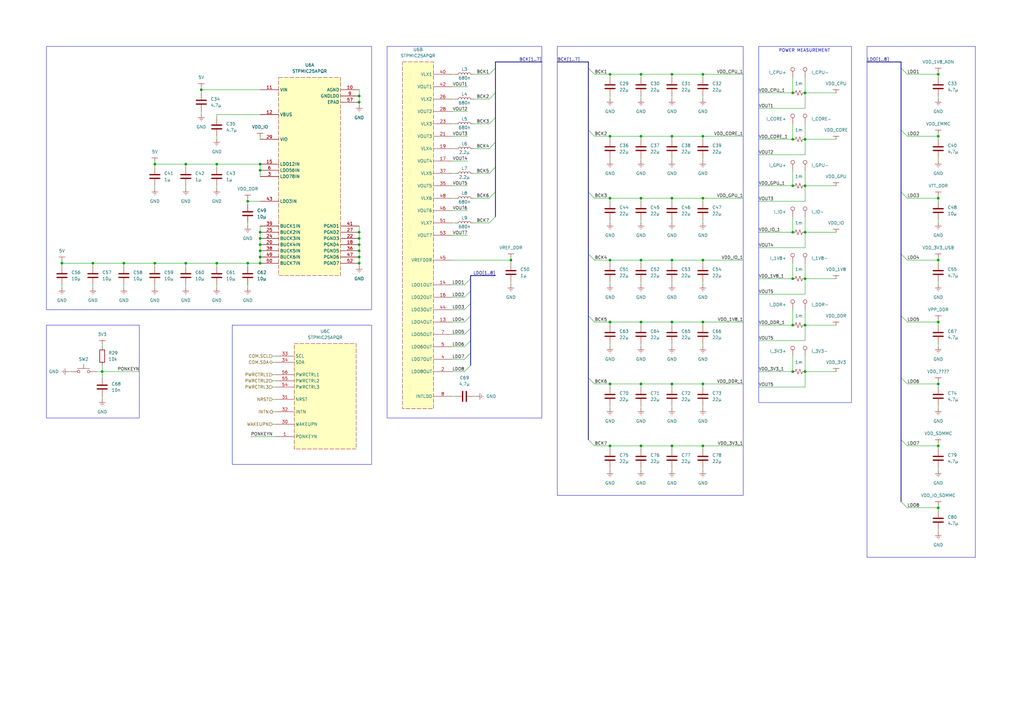
<source format=kicad_sch>
(kicad_sch (version 20250114) (generator "eeschema") (generator_version "9.0")
  (paper "A3")
  (title_block (title "Power Management IC"))
  (rectangle (start 95.25 133.35) (end 152.4 190.5))
  (rectangle (start 311.15 19.05) (end 349.25 165.1))
  (rectangle (start 158.75 19.05) (end 222.25 171.45))
  (rectangle (start 19.05 133.35) (end 57.15 171.45))
  (rectangle (start 228.6 19.05) (end 304.8 203.2))
  (rectangle (start 19.05 19.05) (end 152.4 127))
  (rectangle (start 355.6 19.05) (end 400.05 228.6))
  (text "POWER MEASUREMENT" (at 329.946 20.828 0) (effects (font (size 1.27 1.27))))
  (junction (at 262.89 106.68))
  (junction (at 250.19 157.48))
  (junction (at 250.19 81.28))
  (junction (at 147.32 102.87))
  (junction (at 250.19 30.48))
  (junction (at 147.32 95.25))
  (junction (at 147.32 107.95))
  (junction (at 262.89 182.88))
  (junction (at 325.12 57.15))
  (junction (at 275.59 132.08))
  (junction (at 147.32 97.79))
  (junction (at 275.59 30.48))
  (junction (at 106.68 97.79))
  (junction (at 101.6 82.55))
  (junction (at 63.5 67.31))
  (junction (at 147.32 41.91))
  (junction (at 384.81 30.48))
  (junction (at 63.5 107.95))
  (junction (at 106.68 100.33))
  (junction (at 262.89 132.08))
  (junction (at 325.12 95.25))
  (junction (at 325.12 38.1))
  (junction (at 262.89 30.48))
  (junction (at 41.91 152.4))
  (junction (at 384.81 55.88))
  (junction (at 384.81 132.08))
  (junction (at 147.32 105.41))
  (junction (at 384.81 157.48))
  (junction (at 275.59 81.28))
  (junction (at 275.59 157.48))
  (junction (at 38.1 107.95))
  (junction (at 288.29 157.48))
  (junction (at 250.19 182.88))
  (junction (at 250.19 106.68))
  (junction (at 325.12 114.3))
  (junction (at 82.55 36.83))
  (junction (at 288.29 30.48))
  (junction (at 262.89 55.88))
  (junction (at 275.59 106.68))
  (junction (at 101.6 107.95))
  (junction (at 106.68 107.95))
  (junction (at 262.89 81.28))
  (junction (at 25.4 107.95))
  (junction (at 275.59 182.88))
  (junction (at 384.81 106.68))
  (junction (at 384.81 182.88))
  (junction (at 325.12 133.35))
  (junction (at 288.29 106.68))
  (junction (at 330.2 114.3))
  (junction (at 209.55 106.68))
  (junction (at 262.89 157.48))
  (junction (at 325.12 76.2))
  (junction (at 50.8 107.95))
  (junction (at 325.12 152.4))
  (junction (at 330.2 38.1))
  (junction (at 288.29 182.88))
  (junction (at 106.68 69.85))
  (junction (at 330.2 95.25))
  (junction (at 288.29 81.28))
  (junction (at 106.68 67.31))
  (junction (at 384.81 81.28))
  (junction (at 106.68 95.25))
  (junction (at 288.29 132.08))
  (junction (at 147.32 39.37))
  (junction (at 106.68 105.41))
  (junction (at 88.9 67.31))
  (junction (at 275.59 55.88))
  (junction (at 76.2 67.31))
  (junction (at 250.19 55.88))
  (junction (at 330.2 76.2))
  (junction (at 106.68 102.87))
  (junction (at 288.29 55.88))
  (junction (at 76.2 107.95))
  (junction (at 330.2 152.4))
  (junction (at 330.2 133.35))
  (junction (at 384.81 208.28))
  (junction (at 330.2 57.15))
  (junction (at 88.9 107.95))
  (junction (at 250.19 132.08))
  (junction (at 147.32 100.33))
  (bus_entry (at 241.3 27.94) (size 2.54 2.54))
  (bus_entry (at 190.5 152.4) (size 2.54 -2.54))
  (bus_entry (at 241.3 104.14) (size 2.54 2.54))
  (bus_entry (at 200.66 71.12) (size 2.54 -2.54))
  (bus_entry (at 190.5 121.92) (size 2.54 -2.54))
  (bus_entry (at 200.66 81.28) (size 2.54 -2.54))
  (bus_entry (at 369.57 180.34) (size 2.54 2.54))
  (bus_entry (at 200.66 40.64) (size 2.54 -2.54))
  (bus_entry (at 200.66 30.48) (size 2.54 -2.54))
  (bus_entry (at 190.5 132.08) (size 2.54 -2.54))
  (bus_entry (at 241.3 180.34) (size 2.54 2.54))
  (bus_entry (at 190.5 137.16) (size 2.54 -2.54))
  (bus_entry (at 200.66 60.96) (size 2.54 -2.54))
  (bus_entry (at 190.5 142.24) (size 2.54 -2.54))
  (bus_entry (at 241.3 154.94) (size 2.54 2.54))
  (bus_entry (at 369.57 154.94) (size 2.54 2.54))
  (bus_entry (at 190.5 147.32) (size 2.54 -2.54))
  (bus_entry (at 190.5 127) (size 2.54 -2.54))
  (bus_entry (at 241.3 53.34) (size 2.54 2.54))
  (bus_entry (at 190.5 116.84) (size 2.54 -2.54))
  (bus_entry (at 369.57 78.74) (size 2.54 2.54))
  (bus_entry (at 369.57 129.54) (size 2.54 2.54))
  (bus_entry (at 369.57 53.34) (size 2.54 2.54))
  (bus_entry (at 369.57 205.74) (size 2.54 2.54))
  (bus_entry (at 369.57 27.94) (size 2.54 2.54))
  (bus_entry (at 369.57 104.14) (size 2.54 2.54))
  (bus_entry (at 200.66 91.44) (size 2.54 -2.54))
  (bus_entry (at 241.3 78.74) (size 2.54 2.54))
  (bus_entry (at 241.3 129.54) (size 2.54 2.54))
  (bus_entry (at 200.66 50.8) (size 2.54 -2.54))
  (wire (pts (xy 76.2 107.95) (xy 76.2 109.22)))
  (bus (pts (xy 203.2 25.4) (xy 222.25 25.4)))
  (wire (pts (xy 384.81 106.68) (xy 384.81 107.95)))
  (wire (pts (xy 250.19 106.68) (xy 250.19 107.95)))
  (wire (pts (xy 330.2 38.1) (xy 330.2 44.45)))
  (wire (pts (xy 106.68 67.31) (xy 106.68 69.85)))
  (bus (pts (xy 369.57 129.54) (xy 369.57 154.94)))
  (wire (pts (xy 111.76 163.83) (xy 113.03 163.83)))
  (wire (pts (xy 101.6 81.28) (xy 101.6 82.55)))
  (wire (pts (xy 185.42 152.4) (xy 190.5 152.4)))
  (wire (pts (xy 372.11 81.28) (xy 384.81 81.28)))
  (wire (pts (xy 50.8 107.95) (xy 63.5 107.95)))
  (wire (pts (xy 325.12 107.95) (xy 325.12 114.3)))
  (wire (pts (xy 243.84 30.48) (xy 250.19 30.48)))
  (wire (pts (xy 185.42 147.32) (xy 190.5 147.32)))
  (wire (pts (xy 38.1 107.95) (xy 50.8 107.95)))
  (wire (pts (xy 275.59 132.08) (xy 275.59 133.35)))
  (bus (pts (xy 369.57 78.74) (xy 369.57 104.14)))
  (wire (pts (xy 311.15 120.65) (xy 330.2 120.65)))
  (wire (pts (xy 384.81 140.97) (xy 384.81 142.24)))
  (wire (pts (xy 250.19 64.77) (xy 250.19 66.04)))
  (wire (pts (xy 311.15 114.3) (xy 325.12 114.3)))
  (bus (pts (xy 241.3 53.34) (xy 241.3 78.74)))
  (wire (pts (xy 111.76 146.05) (xy 113.03 146.05)))
  (wire (pts (xy 185.42 121.92) (xy 190.5 121.92)))
  (wire (pts (xy 288.29 81.28) (xy 304.8 81.28)))
  (wire (pts (xy 262.89 106.68) (xy 275.59 106.68)))
  (wire (pts (xy 250.19 132.08) (xy 262.89 132.08)))
  (wire (pts (xy 250.19 157.48) (xy 250.19 158.75)))
  (wire (pts (xy 275.59 182.88) (xy 275.59 184.15)))
  (wire (pts (xy 185.42 91.44) (xy 186.69 91.44)))
  (wire (pts (xy 275.59 106.68) (xy 288.29 106.68)))
  (wire (pts (xy 384.81 191.77) (xy 384.81 193.04)))
  (wire (pts (xy 88.9 67.31) (xy 88.9 68.58)))
  (wire (pts (xy 384.81 39.37) (xy 384.81 40.64)))
  (wire (pts (xy 262.89 64.77) (xy 262.89 66.04)))
  (wire (pts (xy 262.89 132.08) (xy 262.89 133.35)))
  (wire (pts (xy 250.19 166.37) (xy 250.19 167.64)))
  (bus (pts (xy 369.57 154.94) (xy 369.57 180.34)))
  (wire (pts (xy 288.29 140.97) (xy 288.29 142.24)))
  (wire (pts (xy 262.89 81.28) (xy 275.59 81.28)))
  (wire (pts (xy 147.32 36.83) (xy 147.32 39.37)))
  (wire (pts (xy 194.31 40.64) (xy 200.66 40.64)))
  (bus (pts (xy 241.3 104.14) (xy 241.3 129.54)))
  (wire (pts (xy 194.31 50.8) (xy 200.66 50.8)))
  (wire (pts (xy 330.2 76.2) (xy 342.9 76.2)))
  (wire (pts (xy 185.42 81.28) (xy 186.69 81.28)))
  (wire (pts (xy 250.19 182.88) (xy 262.89 182.88)))
  (wire (pts (xy 275.59 157.48) (xy 275.59 158.75)))
  (wire (pts (xy 82.55 45.72) (xy 82.55 46.99)))
  (wire (pts (xy 101.6 82.55) (xy 101.6 83.82)))
  (wire (pts (xy 288.29 182.88) (xy 304.8 182.88)))
  (wire (pts (xy 311.15 44.45) (xy 330.2 44.45)))
  (wire (pts (xy 384.81 157.48) (xy 384.81 158.75)))
  (wire (pts (xy 41.91 152.4) (xy 57.15 152.4)))
  (wire (pts (xy 106.68 92.71) (xy 106.68 95.25)))
  (wire (pts (xy 88.9 46.99) (xy 88.9 48.26)))
  (wire (pts (xy 330.2 95.25) (xy 330.2 101.6)))
  (wire (pts (xy 76.2 107.95) (xy 88.9 107.95)))
  (wire (pts (xy 185.42 40.64) (xy 186.69 40.64)))
  (wire (pts (xy 325.12 146.05) (xy 325.12 152.4)))
  (wire (pts (xy 101.6 91.44) (xy 101.6 92.71)))
  (wire (pts (xy 262.89 90.17) (xy 262.89 91.44)))
  (wire (pts (xy 372.11 30.48) (xy 384.81 30.48)))
  (bus (pts (xy 193.04 139.7) (xy 193.04 134.62)))
  (bus (pts (xy 193.04 124.46) (xy 193.04 119.38)))
  (wire (pts (xy 147.32 100.33) (xy 147.32 102.87)))
  (wire (pts (xy 38.1 107.95) (xy 38.1 109.22)))
  (wire (pts (xy 38.1 116.84) (xy 38.1 118.11)))
  (wire (pts (xy 25.4 107.95) (xy 25.4 109.22)))
  (wire (pts (xy 27.94 152.4) (xy 29.21 152.4)))
  (wire (pts (xy 111.76 168.91) (xy 113.03 168.91)))
  (wire (pts (xy 384.81 30.48) (xy 384.81 31.75)))
  (wire (pts (xy 311.15 101.6) (xy 330.2 101.6)))
  (wire (pts (xy 311.15 95.25) (xy 325.12 95.25)))
  (wire (pts (xy 39.37 152.4) (xy 41.91 152.4)))
  (wire (pts (xy 275.59 106.68) (xy 275.59 107.95)))
  (wire (pts (xy 384.81 90.17) (xy 384.81 91.44)))
  (wire (pts (xy 384.81 156.21) (xy 384.81 157.48)))
  (wire (pts (xy 209.55 115.57) (xy 209.55 116.84)))
  (bus (pts (xy 193.04 119.38) (xy 193.04 114.3)))
  (wire (pts (xy 185.42 35.56) (xy 191.77 35.56)))
  (wire (pts (xy 194.31 71.12) (xy 200.66 71.12)))
  (wire (pts (xy 25.4 116.84) (xy 25.4 118.11)))
  (wire (pts (xy 111.76 158.75) (xy 113.03 158.75)))
  (wire (pts (xy 185.42 127) (xy 190.5 127)))
  (bus (pts (xy 203.2 58.42) (xy 203.2 68.58)))
  (wire (pts (xy 194.31 30.48) (xy 200.66 30.48)))
  (wire (pts (xy 384.81 105.41) (xy 384.81 106.68)))
  (wire (pts (xy 63.5 107.95) (xy 63.5 109.22)))
  (wire (pts (xy 185.42 137.16) (xy 190.5 137.16)))
  (bus (pts (xy 369.57 180.34) (xy 369.57 205.74)))
  (wire (pts (xy 330.2 152.4) (xy 330.2 158.75)))
  (wire (pts (xy 106.68 100.33) (xy 106.68 102.87)))
  (bus (pts (xy 203.2 78.74) (xy 203.2 88.9)))
  (wire (pts (xy 243.84 106.68) (xy 250.19 106.68)))
  (wire (pts (xy 325.12 50.8) (xy 325.12 57.15)))
  (bus (pts (xy 193.04 113.03) (xy 203.2 113.03)))
  (wire (pts (xy 262.89 182.88) (xy 275.59 182.88)))
  (wire (pts (xy 243.84 157.48) (xy 250.19 157.48)))
  (bus (pts (xy 203.2 38.1) (xy 203.2 48.26)))
  (bus (pts (xy 203.2 48.26) (xy 203.2 58.42)))
  (wire (pts (xy 262.89 166.37) (xy 262.89 167.64)))
  (wire (pts (xy 101.6 107.95) (xy 101.6 109.22)))
  (wire (pts (xy 250.19 81.28) (xy 250.19 82.55)))
  (wire (pts (xy 101.6 82.55) (xy 106.68 82.55)))
  (wire (pts (xy 185.42 142.24) (xy 190.5 142.24)))
  (wire (pts (xy 288.29 30.48) (xy 304.8 30.48)))
  (wire (pts (xy 63.5 67.31) (xy 63.5 68.58)))
  (bus (pts (xy 193.04 129.54) (xy 193.04 124.46)))
  (wire (pts (xy 325.12 127) (xy 325.12 133.35)))
  (wire (pts (xy 311.15 152.4) (xy 325.12 152.4)))
  (bus (pts (xy 193.04 134.62) (xy 193.04 129.54)))
  (wire (pts (xy 384.81 182.88) (xy 384.81 184.15)))
  (wire (pts (xy 76.2 76.2) (xy 76.2 77.47)))
  (wire (pts (xy 262.89 140.97) (xy 262.89 142.24)))
  (wire (pts (xy 243.84 132.08) (xy 250.19 132.08)))
  (wire (pts (xy 330.2 133.35) (xy 342.9 133.35)))
  (wire (pts (xy 288.29 166.37) (xy 288.29 167.64)))
  (wire (pts (xy 250.19 81.28) (xy 262.89 81.28)))
  (wire (pts (xy 262.89 39.37) (xy 262.89 40.64)))
  (wire (pts (xy 330.2 114.3) (xy 330.2 120.65)))
  (wire (pts (xy 82.55 35.56) (xy 82.55 36.83)))
  (wire (pts (xy 288.29 90.17) (xy 288.29 91.44)))
  (wire (pts (xy 41.91 140.97) (xy 41.91 142.24)))
  (wire (pts (xy 250.19 140.97) (xy 250.19 142.24)))
  (wire (pts (xy 250.19 30.48) (xy 262.89 30.48)))
  (wire (pts (xy 250.19 55.88) (xy 262.89 55.88)))
  (wire (pts (xy 262.89 81.28) (xy 262.89 82.55)))
  (bus (pts (xy 203.2 68.58) (xy 203.2 78.74)))
  (wire (pts (xy 384.81 208.28) (xy 384.81 209.55)))
  (wire (pts (xy 262.89 30.48) (xy 275.59 30.48)))
  (wire (pts (xy 185.42 116.84) (xy 190.5 116.84)))
  (wire (pts (xy 88.9 116.84) (xy 88.9 118.11)))
  (wire (pts (xy 384.81 64.77) (xy 384.81 66.04)))
  (wire (pts (xy 275.59 115.57) (xy 275.59 116.84)))
  (wire (pts (xy 275.59 182.88) (xy 288.29 182.88)))
  (wire (pts (xy 288.29 55.88) (xy 288.29 57.15)))
  (wire (pts (xy 111.76 173.99) (xy 113.03 173.99)))
  (wire (pts (xy 275.59 30.48) (xy 275.59 31.75)))
  (wire (pts (xy 288.29 106.68) (xy 288.29 107.95)))
  (wire (pts (xy 185.42 106.68) (xy 209.55 106.68)))
  (wire (pts (xy 372.11 208.28) (xy 384.81 208.28)))
  (wire (pts (xy 330.2 76.2) (xy 330.2 82.55)))
  (bus (pts (xy 369.57 27.94) (xy 369.57 53.34)))
  (wire (pts (xy 311.15 158.75) (xy 330.2 158.75)))
  (wire (pts (xy 330.2 69.85) (xy 330.2 76.2)))
  (wire (pts (xy 330.2 152.4) (xy 342.9 152.4)))
  (wire (pts (xy 288.29 64.77) (xy 288.29 66.04)))
  (wire (pts (xy 63.5 76.2) (xy 63.5 77.47)))
  (wire (pts (xy 384.81 55.88) (xy 384.81 57.15)))
  (wire (pts (xy 82.55 36.83) (xy 82.55 38.1)))
  (wire (pts (xy 330.2 146.05) (xy 330.2 152.4)))
  (bus (pts (xy 369.57 104.14) (xy 369.57 129.54)))
  (wire (pts (xy 384.81 80.01) (xy 384.81 81.28)))
  (bus (pts (xy 228.6 25.4) (xy 241.3 25.4)))
  (wire (pts (xy 250.19 30.48) (xy 250.19 31.75)))
  (wire (pts (xy 88.9 55.88) (xy 88.9 57.15)))
  (bus (pts (xy 241.3 78.74) (xy 241.3 104.14)))
  (wire (pts (xy 288.29 132.08) (xy 288.29 133.35)))
  (wire (pts (xy 288.29 81.28) (xy 288.29 82.55)))
  (wire (pts (xy 288.29 157.48) (xy 304.8 157.48)))
  (wire (pts (xy 147.32 92.71) (xy 147.32 95.25)))
  (wire (pts (xy 111.76 148.59) (xy 113.03 148.59)))
  (bus (pts (xy 203.2 27.94) (xy 203.2 38.1)))
  (wire (pts (xy 25.4 106.68) (xy 25.4 107.95)))
  (wire (pts (xy 243.84 55.88) (xy 250.19 55.88)))
  (wire (pts (xy 63.5 116.84) (xy 63.5 118.11)))
  (wire (pts (xy 384.81 181.61) (xy 384.81 182.88)))
  (wire (pts (xy 147.32 97.79) (xy 147.32 100.33)))
  (wire (pts (xy 330.2 50.8) (xy 330.2 57.15)))
  (wire (pts (xy 243.84 81.28) (xy 250.19 81.28)))
  (wire (pts (xy 330.2 88.9) (xy 330.2 95.25)))
  (wire (pts (xy 288.29 30.48) (xy 288.29 31.75)))
  (wire (pts (xy 82.55 36.83) (xy 106.68 36.83)))
  (wire (pts (xy 384.81 54.61) (xy 384.81 55.88)))
  (wire (pts (xy 372.11 106.68) (xy 384.81 106.68)))
  (wire (pts (xy 250.19 55.88) (xy 250.19 57.15)))
  (wire (pts (xy 311.15 133.35) (xy 325.12 133.35)))
  (wire (pts (xy 101.6 107.95) (xy 106.68 107.95)))
  (wire (pts (xy 194.31 91.44) (xy 200.66 91.44)))
  (wire (pts (xy 209.55 106.68) (xy 209.55 107.95)))
  (wire (pts (xy 106.68 102.87) (xy 106.68 105.41)))
  (wire (pts (xy 88.9 107.95) (xy 88.9 109.22)))
  (wire (pts (xy 275.59 39.37) (xy 275.59 40.64)))
  (wire (pts (xy 106.68 105.41) (xy 106.68 107.95)))
  (wire (pts (xy 262.89 191.77) (xy 262.89 193.04)))
  (wire (pts (xy 250.19 39.37) (xy 250.19 40.64)))
  (wire (pts (xy 372.11 157.48) (xy 384.81 157.48)))
  (wire (pts (xy 275.59 140.97) (xy 275.59 142.24)))
  (wire (pts (xy 275.59 191.77) (xy 275.59 193.04)))
  (wire (pts (xy 275.59 81.28) (xy 288.29 81.28)))
  (wire (pts (xy 325.12 88.9) (xy 325.12 95.25)))
  (wire (pts (xy 330.2 95.25) (xy 342.9 95.25)))
  (wire (pts (xy 288.29 132.08) (xy 304.8 132.08)))
  (wire (pts (xy 288.29 106.68) (xy 304.8 106.68)))
  (wire (pts (xy 311.15 63.5) (xy 330.2 63.5)))
  (wire (pts (xy 288.29 39.37) (xy 288.29 40.64)))
  (bus (pts (xy 369.57 53.34) (xy 369.57 78.74)))
  (wire (pts (xy 288.29 157.48) (xy 288.29 158.75)))
  (wire (pts (xy 288.29 182.88) (xy 288.29 184.15)))
  (wire (pts (xy 384.81 29.21) (xy 384.81 30.48)))
  (wire (pts (xy 250.19 191.77) (xy 250.19 193.04)))
  (wire (pts (xy 185.42 71.12) (xy 186.69 71.12)))
  (bus (pts (xy 193.04 144.78) (xy 193.04 139.7)))
  (bus (pts (xy 193.04 114.3) (xy 193.04 113.03)))
  (wire (pts (xy 384.81 166.37) (xy 384.81 167.64)))
  (wire (pts (xy 185.42 96.52) (xy 191.77 96.52)))
  (wire (pts (xy 311.15 82.55) (xy 330.2 82.55)))
  (wire (pts (xy 147.32 102.87) (xy 147.32 105.41)))
  (wire (pts (xy 41.91 152.4) (xy 41.91 154.94)))
  (wire (pts (xy 147.32 39.37) (xy 147.32 41.91)))
  (wire (pts (xy 41.91 149.86) (xy 41.91 152.4)))
  (wire (pts (xy 41.91 162.56) (xy 41.91 163.83)))
  (wire (pts (xy 262.89 55.88) (xy 275.59 55.88)))
  (wire (pts (xy 372.11 182.88) (xy 384.81 182.88)))
  (wire (pts (xy 88.9 67.31) (xy 106.68 67.31)))
  (wire (pts (xy 185.42 30.48) (xy 186.69 30.48)))
  (wire (pts (xy 63.5 107.95) (xy 76.2 107.95)))
  (bus (pts (xy 203.2 25.4) (xy 203.2 27.94)))
  (wire (pts (xy 330.2 127) (xy 330.2 133.35)))
  (wire (pts (xy 194.31 60.96) (xy 200.66 60.96)))
  (wire (pts (xy 384.81 81.28) (xy 384.81 82.55)))
  (wire (pts (xy 311.15 38.1) (xy 325.12 38.1)))
  (wire (pts (xy 262.89 30.48) (xy 262.89 31.75)))
  (wire (pts (xy 288.29 55.88) (xy 304.8 55.88)))
  (wire (pts (xy 275.59 55.88) (xy 288.29 55.88)))
  (wire (pts (xy 262.89 115.57) (xy 262.89 116.84)))
  (wire (pts (xy 250.19 157.48) (xy 262.89 157.48)))
  (wire (pts (xy 185.42 60.96) (xy 186.69 60.96)))
  (wire (pts (xy 88.9 107.95) (xy 101.6 107.95)))
  (wire (pts (xy 88.9 76.2) (xy 88.9 77.47)))
  (wire (pts (xy 384.81 207.01) (xy 384.81 208.28)))
  (wire (pts (xy 325.12 31.75) (xy 325.12 38.1)))
  (wire (pts (xy 262.89 55.88) (xy 262.89 57.15)))
  (wire (pts (xy 102.87 179.07) (xy 113.03 179.07)))
  (wire (pts (xy 250.19 182.88) (xy 250.19 184.15)))
  (bus (pts (xy 241.3 154.94) (xy 241.3 180.34)))
  (wire (pts (xy 262.89 157.48) (xy 275.59 157.48)))
  (wire (pts (xy 330.2 114.3) (xy 342.9 114.3)))
  (wire (pts (xy 88.9 46.99) (xy 106.68 46.99)))
  (wire (pts (xy 311.15 57.15) (xy 325.12 57.15)))
  (wire (pts (xy 275.59 55.88) (xy 275.59 57.15)))
  (wire (pts (xy 330.2 107.95) (xy 330.2 114.3)))
  (wire (pts (xy 185.42 86.36) (xy 191.77 86.36)))
  (wire (pts (xy 262.89 157.48) (xy 262.89 158.75)))
  (wire (pts (xy 185.42 162.56) (xy 186.69 162.56)))
  (wire (pts (xy 250.19 115.57) (xy 250.19 116.84)))
  (wire (pts (xy 384.81 115.57) (xy 384.81 116.84)))
  (wire (pts (xy 330.2 38.1) (xy 342.9 38.1)))
  (wire (pts (xy 101.6 116.84) (xy 101.6 118.11)))
  (wire (pts (xy 106.68 69.85) (xy 106.68 72.39)))
  (wire (pts (xy 275.59 90.17) (xy 275.59 91.44)))
  (wire (pts (xy 384.81 217.17) (xy 384.81 218.44)))
  (wire (pts (xy 50.8 116.84) (xy 50.8 118.11)))
  (wire (pts (xy 147.32 41.91) (xy 147.32 43.18)))
  (wire (pts (xy 185.42 50.8) (xy 186.69 50.8)))
  (wire (pts (xy 243.84 182.88) (xy 250.19 182.88)))
  (bus (pts (xy 193.04 149.86) (xy 193.04 144.78)))
  (wire (pts (xy 194.31 162.56) (xy 195.58 162.56)))
  (wire (pts (xy 288.29 191.77) (xy 288.29 193.04)))
  (wire (pts (xy 311.15 76.2) (xy 325.12 76.2)))
  (wire (pts (xy 111.76 156.21) (xy 113.03 156.21)))
  (wire (pts (xy 311.15 139.7) (xy 330.2 139.7)))
  (wire (pts (xy 372.11 55.88) (xy 384.81 55.88)))
  (wire (pts (xy 185.42 45.72) (xy 191.77 45.72)))
  (wire (pts (xy 63.5 66.04) (xy 63.5 67.31)))
  (wire (pts (xy 185.42 66.04) (xy 191.77 66.04)))
  (wire (pts (xy 185.42 55.88) (xy 191.77 55.88)))
  (wire (pts (xy 275.59 132.08) (xy 288.29 132.08)))
  (wire (pts (xy 76.2 116.84) (xy 76.2 118.11)))
  (wire (pts (xy 330.2 57.15) (xy 342.9 57.15)))
  (bus (pts (xy 241.3 27.94) (xy 241.3 53.34)))
  (wire (pts (xy 330.2 31.75) (xy 330.2 38.1)))
  (wire (pts (xy 250.19 132.08) (xy 250.19 133.35)))
  (wire (pts (xy 76.2 67.31) (xy 76.2 68.58)))
  (wire (pts (xy 185.42 132.08) (xy 190.5 132.08)))
  (wire (pts (xy 106.68 55.88) (xy 106.68 57.15)))
  (wire (pts (xy 275.59 157.48) (xy 288.29 157.48)))
  (wire (pts (xy 275.59 166.37) (xy 275.59 167.64)))
  (wire (pts (xy 250.19 90.17) (xy 250.19 91.44)))
  (wire (pts (xy 262.89 132.08) (xy 275.59 132.08)))
  (wire (pts (xy 250.19 106.68) (xy 262.89 106.68)))
  (wire (pts (xy 194.31 81.28) (xy 200.66 81.28)))
  (wire (pts (xy 147.32 107.95) (xy 147.32 109.22)))
  (wire (pts (xy 275.59 64.77) (xy 275.59 66.04)))
  (wire (pts (xy 147.32 95.25) (xy 147.32 97.79)))
  (bus (pts (xy 241.3 129.54) (xy 241.3 154.94)))
  (wire (pts (xy 50.8 107.95) (xy 50.8 109.22)))
  (wire (pts (xy 147.32 105.41) (xy 147.32 107.95)))
  (wire (pts (xy 384.81 132.08) (xy 384.81 133.35)))
  (wire (pts (xy 288.29 115.57) (xy 288.29 116.84)))
  (wire (pts (xy 330.2 57.15) (xy 330.2 63.5)))
  (wire (pts (xy 76.2 67.31) (xy 88.9 67.31)))
  (bus (pts (xy 355.6 25.4) (xy 369.57 25.4)))
  (wire (pts (xy 262.89 106.68) (xy 262.89 107.95)))
  (bus (pts (xy 369.57 25.4) (xy 369.57 27.94)))
  (wire (pts (xy 275.59 30.48) (xy 288.29 30.48)))
  (wire (pts (xy 384.81 130.81) (xy 384.81 132.08)))
  (wire (pts (xy 209.55 105.41) (xy 209.55 106.68)))
  (wire (pts (xy 106.68 97.79) (xy 106.68 100.33)))
  (wire (pts (xy 111.76 153.67) (xy 113.03 153.67)))
  (wire (pts (xy 325.12 69.85) (xy 325.12 76.2)))
  (wire (pts (xy 275.59 81.28) (xy 275.59 82.55)))
  (wire (pts (xy 63.5 67.31) (xy 76.2 67.31)))
  (wire (pts (xy 372.11 132.08) (xy 384.81 132.08)))
  (bus (pts (xy 241.3 25.4) (xy 241.3 27.94)))
  (wire (pts (xy 330.2 133.35) (xy 330.2 139.7)))
  (wire (pts (xy 25.4 107.95) (xy 38.1 107.95)))
  (wire (pts (xy 262.89 182.88) (xy 262.89 184.15)))
  (wire (pts (xy 185.42 76.2) (xy 191.77 76.2)))
  (wire (pts (xy 106.68 95.25) (xy 106.68 97.79)))
  (label "VDD_GPU_1" (at 311.15 76.2 0))
  (label "LDO[1..8]" (at 355.6 25.4 0))
  (label "BCK[1..7]" (at 228.6 25.4 0))
  (label "BCK1" (at 200.66 30.48 180))
  (label "LDO7" (at 190.5 147.32 180))
  (label "VDD_DDR_1" (at 304.8 157.48 180))
  (label "VOUT5" (at 311.15 158.75 0))
  (label "BCK7" (at 243.84 182.88 0))
  (label "VDD_CORE_1" (at 311.15 57.15 0))
  (label "LDO8" (at 372.11 208.28 0))
  (label "LDO6" (at 372.11 157.48 0))
  (label "VOUT6" (at 191.77 86.36 180))
  (label "VOUT5" (at 311.15 139.7 0))
  (label "BCK4" (at 200.66 60.96 180))
  (label "VDD_CORE_1" (at 304.8 55.88 180))
  (label "PONKEYN" (at 102.87 179.07 0))
  (label "BCK[1..7]" (at 222.25 25.4 180))
  (label "VOUT3" (at 311.15 82.55 0))
  (label "VOUT4" (at 311.15 101.6 0))
  (label "PONKEYN" (at 57.15 152.4 180))
  (label "VDD_GPU_1" (at 304.8 81.28 180))
  (label "VDD_IO_1" (at 311.15 95.25 0))
  (label "BCK5" (at 243.84 132.08 0))
  (label "BCK4" (at 243.84 106.68 0))
  (label "BCK3" (at 200.66 50.8 180))
  (label "VOUT3" (at 191.77 55.88 180))
  (label "LDO1" (at 190.5 116.84 180))
  (label "VOUT4" (at 191.77 66.04 180))
  (label "VDD_CPU_1" (at 304.8 30.48 180))
  (label "BCK7" (at 200.66 91.44 180))
  (label "LDO6" (at 190.5 142.24 180))
  (label "LDO2" (at 190.5 121.92 180))
  (label "BCK2" (at 243.84 55.88 0))
  (label "LDO3" (at 190.5 127 180))
  (label "BCK2" (at 200.66 40.64 180))
  (label "VOUT2" (at 191.77 45.72 180))
  (label "BCK6" (at 243.84 157.48 0))
  (label "BCK1" (at 243.84 30.48 0))
  (label "VDD_DDR_1" (at 311.15 133.35 0))
  (label "LDO8" (at 190.5 152.4 180))
  (label "LDO4" (at 190.5 132.08 180))
  (label "VOUT5" (at 311.15 120.65 0))
  (label "BCK3" (at 243.84 81.28 0))
  (label "LDO[1..8]" (at 203.2 113.03 180))
  (label "VOUT2" (at 311.15 63.5 0))
  (label "BCK6" (at 200.66 81.28 180))
  (label "VOUT7" (at 191.77 96.52 180))
  (label "VDD_IO_1" (at 304.8 106.68 180))
  (label "VDD_1V8_1" (at 304.8 132.08 180))
  (label "VDD_3V3_1" (at 304.8 182.88 180))
  (label "LDO7" (at 372.11 182.88 0))
  (label "LDO1" (at 372.11 30.48 0))
  (label "VOUT1" (at 191.77 35.56 180))
  (label "VOUT1" (at 311.15 44.45 0))
  (label "BCK5" (at 200.66 71.12 180))
  (label "LDO2" (at 372.11 55.88 0))
  (label "VOUT5" (at 191.77 76.2 180))
  (label "LDO5" (at 190.5 137.16 180))
  (label "VDD_3V3_1" (at 311.15 152.4 0))
  (label "LDO5" (at 372.11 132.08 0))
  (label "LDO3" (at 372.11 81.28 0))
  (label "VDD_1V8_1" (at 311.15 114.3 0))
  (label "VDD_CPU_1" (at 311.15 38.1 0))
  (label "LDO4" (at 372.11 106.68 0))
  (hierarchical_label "PWRCTRL3" (shape input) (at 111.76 158.75 180))
  (hierarchical_label "INTN" (shape output) (at 111.76 168.91 180))
  (hierarchical_label "NRST" (shape input) (at 111.76 163.83 180))
  (hierarchical_label "PWRCTRL2" (shape input) (at 111.76 156.21 180))
  (hierarchical_label "COM.SCL" (shape input) (at 111.76 146.05 180))
  (hierarchical_label "WAKEUPN" (shape input) (at 111.76 173.99 180))
  (hierarchical_label "PWRCTRL1" (shape input) (at 111.76 153.67 180))
  (hierarchical_label "COM.SDA" (shape bidirectional) (at 111.76 148.59 180))
  (symbol (lib_id "mikrainix-POWER_SYM:VDD") (at 342.9 114.3 0) (unit 1)
    (property "Reference" "#PWR096" (effects (hide yes)))
    (property "Value" "VDD_1V8" (at 342.9 110.49 0))
    (property "Description" "Power symbol" (effects (hide yes)))
  )
  (symbol (lib_id "Device:C") (at 288.29 111.76 0) (unit 1)
    (property "Reference" "C54" (at 292.1 110.4899 0) (effects (justify left)))
    (property "Value" "22µ" (at 292.1 113.0299 0) (effects (justify left)))
    (property "Description" "Unpolarized capacitor" (effects (hide yes)))
  )
  (symbol (lib_id "mikrainix-POWER_SYM:VDD") (at 384.81 105.41 0) (unit 1)
    (property "Reference" "#PWR093" (effects (hide yes)))
    (property "Value" "VDD_3V3_USB" (at 384.81 101.6 0))
    (property "Description" "Power symbol" (effects (hide yes)))
  )
  (symbol (lib_id "mikrainix-POWER_SYM:GND") (at 76.2 118.11 0) (unit 1)
    (property "Reference" "#PWR0107" (effects (hide yes)))
    (property "Value" "GND" (at 76.2 123.19 0))
    (property "Description" "Power symbol" (effects (hide yes)))
  )
  (symbol (lib_id "mikrainix-POWER_SYM:GND") (at 275.59 66.04 0) (unit 1)
    (property "Reference" "#PWR076" (effects (hide yes)))
    (property "Value" "GND" (at 275.59 71.12 0))
    (property "Description" "Power symbol" (effects (hide yes)))
  )
  (symbol (lib_id "Device:C") (at 275.59 187.96 0) (unit 1)
    (property "Reference" "C77" (at 279.4 186.6899 0) (effects (justify left)))
    (property "Value" "22µ" (at 279.4 189.2299 0) (effects (justify left)))
    (property "Description" "Unpolarized capacitor" (effects (hide yes)))
  )
  (symbol (lib_id "mikrainix-POWER_SYM:GND") (at 147.32 43.18 0) (unit 1)
    (property "Reference" "#PWR067" (effects (hide yes)))
    (property "Value" "GND" (at 147.32 48.26 0))
    (property "Description" "Power symbol" (effects (hide yes)))
  )
  (symbol (lib_id "Device:C") (at 250.19 86.36 0) (unit 1)
    (property "Reference" "C44" (at 254 85.0899 0) (effects (justify left)))
    (property "Value" "22µ" (at 254 87.6299 0) (effects (justify left)))
    (property "Description" "Unpolarized capacitor" (effects (hide yes)))
  )
  (symbol (lib_id "mikrainix-POWER_SYM:VDD") (at 342.9 57.15 0) (unit 1)
    (property "Reference" "#PWR072" (effects (hide yes)))
    (property "Value" "VDD_CORE" (at 342.9 53.34 0))
    (property "Description" "Power symbol" (effects (hide yes)))
  )
  (symbol (lib_id "Device:C") (at 209.55 111.76 0) (unit 1)
    (property "Reference" "C50" (at 213.36 110.4899 0) (effects (justify left)))
    (property "Value" "1µ" (at 213.36 113.0299 0) (effects (justify left)))
    (property "Description" "Unpolarized capacitor" (effects (hide yes)))
  )
  (symbol (lib_id "mikrainix-POWER_SYM:VDD") (at 342.9 152.4 0) (unit 1)
    (property "Reference" "#PWR0119" (effects (hide yes)))
    (property "Value" "VDD_3V3" (at 342.9 148.59 0))
    (property "Description" "Power symbol" (effects (hide yes)))
  )
  (symbol (lib_id "mikrainix-POWER_SYM:GND") (at 250.19 91.44 0) (unit 1)
    (property "Reference" "#PWR085" (effects (hide yes)))
    (property "Value" "GND" (at 250.19 96.52 0))
    (property "Description" "Power symbol" (effects (hide yes)))
  )
  (symbol (lib_id "Device:R") (at 41.91 146.05 0) (unit 1)
    (property "Reference" "R29" (at 44.45 144.7799 0) (effects (justify left)))
    (property "Value" "10k" (at 44.45 147.3199 0) (effects (justify left)))
    (property "Description" "Resistor" (effects (hide yes)))
  )
  (symbol (lib_id "mikrainix-POWER_SYM:GND") (at 25.4 118.11 0) (unit 1)
    (property "Reference" "#PWR0103" (effects (hide yes)))
    (property "Value" "GND" (at 25.4 123.19 0))
    (property "Description" "Power symbol" (effects (hide yes)))
  )
  (symbol (lib_id "mikrainix-POWER_SYM:VDD") (at 25.4 106.68 0) (unit 1)
    (property "Reference" "#PWR094" (effects (hide yes)))
    (property "Value" "5V" (at 25.4 102.87 0))
    (property "Description" "Power symbol" (effects (hide yes)))
  )
  (symbol (lib_id "mikrainix-POWER_SYM:GND") (at 147.32 109.22 0) (unit 1)
    (property "Reference" "#PWR095" (effects (hide yes)))
    (property "Value" "GND" (at 147.32 114.3 0))
    (property "Description" "Power symbol" (effects (hide yes)))
  )
  (symbol (lib_id "mikrainix-POWER_SYM:VDD") (at 384.81 181.61 0) (unit 1)
    (property "Reference" "#PWR0128" (effects (hide yes)))
    (property "Value" "VDD_SDMMC" (at 384.81 177.8 0))
    (property "Description" "Power symbol" (effects (hide yes)))
  )
  (symbol (lib_id "mikrainix-POWER_SYM:GND") (at 288.29 142.24 0) (unit 1)
    (property "Reference" "#PWR0116" (effects (hide yes)))
    (property "Value" "GND" (at 288.29 147.32 0))
    (property "Description" "Power symbol" (effects (hide yes)))
  )
  (symbol (lib_id "mikrainix-POWER_SYM:GND") (at 27.94 152.4 270) (unit 1)
    (property "Reference" "#PWR0118" (effects (hide yes)))
    (property "Value" "GND" (at 24.13 152.3999 90) (effects (justify right)))
    (property "Description" "Power symbol" (effects (hide yes)))
  )
  (symbol (lib_id "Switch:SW_Push") (at 34.29 152.4 0) (unit 1)
    (property "Reference" "SW2" (at 34.29 147.32 0))
    (property "Value" "SW_Push" (effects (hide yes)))
    (property "Description" "Push button switch, generic, two pins" (effects (hide yes)))
  )
  (symbol (lib_id "Device:L") (at 190.5 60.96 90) (unit 1)
    (property "Reference" "L6" (at 190.5 58.928 90))
    (property "Value" "2.2µ" (at 190.5 62.484 90))
    (property "Description" "Inductor" (effects (hide yes)))
  )
  (symbol (lib_id "mikrainix-POWER_SYM:GND") (at 41.91 163.83 0) (unit 1)
    (property "Reference" "#PWR0122" (effects (hide yes)))
    (property "Value" "GND" (at 41.91 168.91 0))
    (property "Description" "Power symbol" (effects (hide yes)))
  )
  (symbol (lib_id "Connector:TestPoint") (at 325.12 50.8 0) (mirror y) (unit 1)
    (property "Reference" "TP3" (effects (hide yes)))
    (property "Value" "I_CORE+" (at 322.58 48.7679 0) (effects (justify left)))
    (property "Description" "test point" (effects (hide yes)))
  )
  (symbol (lib_id "Device:R_Small_US") (at 327.66 57.15 90) (unit 1)
    (property "Reference" "R24" (effects (hide yes)))
    (property "Value" "1m" (at 327.66 53.34 90))
    (property "Description" "Resistor, small US symbol" (effects (hide yes)))
  )
  (symbol (lib_id "mikrainix-POWER_SYM:GND") (at 63.5 77.47 0) (unit 1)
    (property "Reference" "#PWR080" (effects (hide yes)))
    (property "Value" "GND" (at 63.5 82.55 0))
    (property "Description" "Power symbol" (effects (hide yes)))
  )
  (symbol (lib_id "Connector:TestPoint") (at 325.12 127 0) (mirror y) (unit 1)
    (property "Reference" "TP11" (effects (hide yes)))
    (property "Value" "I_DDR+" (at 322.58 124.9679 0) (effects (justify left)))
    (property "Description" "test point" (effects (hide yes)))
  )
  (symbol (lib_id "mikrainix-POWER_SYM:GND") (at 88.9 57.15 0) (unit 1)
    (property "Reference" "#PWR071" (effects (hide yes)))
    (property "Value" "GND" (at 88.9 62.23 0))
    (property "Description" "Power symbol" (effects (hide yes)))
  )
  (symbol (lib_id "mikrainix-POWER_SYM:GND") (at 384.81 40.64 0) (unit 1)
    (property "Reference" "#PWR066" (effects (hide yes)))
    (property "Value" "GND" (at 384.81 45.72 0))
    (property "Description" "Power symbol" (effects (hide yes)))
  )
  (symbol (lib_id "mikrainix-POWER_SYM:GND") (at 262.89 116.84 0) (unit 1)
    (property "Reference" "#PWR099" (effects (hide yes)))
    (property "Value" "GND" (at 262.89 121.92 0))
    (property "Description" "Power symbol" (effects (hide yes)))
  )
  (symbol (lib_id "Device:C") (at 384.81 187.96 0) (unit 1)
    (property "Reference" "C79" (at 388.62 186.6899 0) (effects (justify left)))
    (property "Value" "4.7µ" (at 388.62 189.2299 0) (effects (justify left)))
    (property "Description" "Unpolarized capacitor" (effects (hide yes)))
  )
  (symbol (lib_id "mikrainix-POWER_SYM:GND") (at 50.8 118.11 0) (unit 1)
    (property "Reference" "#PWR0105" (effects (hide yes)))
    (property "Value" "GND" (at 50.8 123.19 0))
    (property "Description" "Power symbol" (effects (hide yes)))
  )
  (symbol (lib_id "mikrainix-POWER_SYM:GND") (at 262.89 167.64 0) (unit 1)
    (property "Reference" "#PWR0124" (effects (hide yes)))
    (property "Value" "GND" (at 262.89 172.72 0))
    (property "Description" "Power symbol" (effects (hide yes)))
  )
  (symbol (lib_id "Connector:TestPoint") (at 330.2 31.75 0) (unit 1)
    (property "Reference" "TP2" (effects (hide yes)))
    (property "Value" "I_CPU-" (at 332.74 29.7179 0) (effects (justify left)))
    (property "Description" "test point" (effects (hide yes)))
  )
  (symbol (lib_id "Device:C") (at 262.89 137.16 0) (unit 1)
    (property "Reference" "C64" (at 266.7 135.8899 0) (effects (justify left)))
    (property "Value" "22µ" (at 266.7 138.4299 0) (effects (justify left)))
    (property "Description" "Unpolarized capacitor" (effects (hide yes)))
  )
  (symbol (lib_id "Connector:TestPoint") (at 325.12 146.05 0) (mirror y) (unit 1)
    (property "Reference" "TP13" (effects (hide yes)))
    (property "Value" "I_3V3+" (at 322.58 144.0179 0) (effects (justify left)))
    (property "Description" "test point" (effects (hide yes)))
  )
  (symbol (lib_id "mikrainix-POWER_SYM:GND") (at 38.1 118.11 0) (unit 1)
    (property "Reference" "#PWR0104" (effects (hide yes)))
    (property "Value" "GND" (at 38.1 123.19 0))
    (property "Description" "Power symbol" (effects (hide yes)))
  )
  (symbol (lib_id "Connector:TestPoint") (at 330.2 127 0) (unit 1)
    (property "Reference" "TP12" (effects (hide yes)))
    (property "Value" "I_DDR-" (at 332.74 124.9679 0) (effects (justify left)))
    (property "Description" "test point" (effects (hide yes)))
  )
  (symbol (lib_id "Device:R_Small_US") (at 327.66 114.3 90) (unit 1)
    (property "Reference" "R27" (effects (hide yes)))
    (property "Value" "1m" (at 327.66 110.49 90))
    (property "Description" "Resistor, small US symbol" (effects (hide yes)))
  )
  (symbol (lib_id "Device:C") (at 288.29 162.56 0) (unit 1)
    (property "Reference" "C73" (at 292.1 161.2899 0) (effects (justify left)))
    (property "Value" "22µ" (at 292.1 163.8299 0) (effects (justify left)))
    (property "Description" "Unpolarized capacitor" (effects (hide yes)))
  )
  (symbol (lib_id "mikrainix-POWER_SYM:VDD") (at 106.68 55.88 0) (unit 1)
    (property "Reference" "#PWR070" (effects (hide yes)))
    (property "Value" "VDD_IO" (at 106.68 52.07 0))
    (property "Description" "Power symbol" (effects (hide yes)))
  )
  (symbol (lib_id "Device:C") (at 250.19 35.56 0) (unit 1)
    (property "Reference" "C29" (at 254 34.2899 0) (effects (justify left)))
    (property "Value" "22µ" (at 254 36.8299 0) (effects (justify left)))
    (property "Description" "Unpolarized capacitor" (effects (hide yes)))
  )
  (symbol (lib_id "mikrainix-POWER_SYM:GND") (at 384.81 167.64 0) (unit 1)
    (property "Reference" "#PWR0127" (effects (hide yes)))
    (property "Value" "GND" (at 384.81 172.72 0))
    (property "Description" "Power symbol" (effects (hide yes)))
  )
  (symbol (lib_id "Device:C") (at 288.29 60.96 0) (unit 1)
    (property "Reference" "C39" (at 292.1 59.6899 0) (effects (justify left)))
    (property "Value" "22µ" (at 292.1 62.2299 0) (effects (justify left)))
    (property "Description" "Unpolarized capacitor" (effects (hide yes)))
  )
  (symbol (lib_id "Device:C") (at 384.81 213.36 0) (unit 1)
    (property "Reference" "C80" (at 388.62 212.0899 0) (effects (justify left)))
    (property "Value" "4.7µ" (at 388.62 214.6299 0) (effects (justify left)))
    (property "Description" "Unpolarized capacitor" (effects (hide yes)))
  )
  (symbol (lib_id "mikrainix-POWER_SYM:GND") (at 275.59 142.24 0) (unit 1)
    (property "Reference" "#PWR0115" (effects (hide yes)))
    (property "Value" "GND" (at 275.59 147.32 0))
    (property "Description" "Power symbol" (effects (hide yes)))
  )
  (symbol (lib_id "mikrainix-POWER_SYM:VDD") (at 384.81 54.61 0) (unit 1)
    (property "Reference" "#PWR069" (effects (hide yes)))
    (property "Value" "VDD_EMMC" (at 384.81 50.8 0))
    (property "Description" "Power symbol" (effects (hide yes)))
  )
  (symbol (lib_id "Device:C") (at 88.9 113.03 0) (unit 1)
    (property "Reference" "C61" (at 92.71 111.7599 0) (effects (justify left)))
    (property "Value" "10µ" (at 92.71 114.2999 0) (effects (justify left)))
    (property "Description" "Unpolarized capacitor" (effects (hide yes)))
  )
  (symbol (lib_id "Device:C") (at 250.19 137.16 0) (unit 1)
    (property "Reference" "C63" (at 254 135.8899 0) (effects (justify left)))
    (property "Value" "22µ" (at 254 138.4299 0) (effects (justify left)))
    (property "Description" "Unpolarized capacitor" (effects (hide yes)))
  )
  (symbol (lib_id "Device:C") (at 262.89 60.96 0) (unit 1)
    (property "Reference" "C37" (at 266.7 59.6899 0) (effects (justify left)))
    (property "Value" "22µ" (at 266.7 62.2299 0) (effects (justify left)))
    (property "Description" "Unpolarized capacitor" (effects (hide yes)))
  )
  (symbol (lib_id "mikrainix-POWER_SYM:GND") (at 288.29 116.84 0) (unit 1)
    (property "Reference" "#PWR0101" (effects (hide yes)))
    (property "Value" "GND" (at 288.29 121.92 0))
    (property "Description" "Power symbol" (effects (hide yes)))
  )
  (symbol (lib_id "Device:R_Small_US") (at 327.66 133.35 90) (unit 1)
    (property "Reference" "R28" (effects (hide yes)))
    (property "Value" "1m" (at 327.66 129.54 90))
    (property "Description" "Resistor, small US symbol" (effects (hide yes)))
  )
  (symbol (lib_id "mikrainix-POWER_SYM:GND") (at 88.9 77.47 0) (unit 1)
    (property "Reference" "#PWR082" (effects (hide yes)))
    (property "Value" "GND" (at 88.9 82.55 0))
    (property "Description" "Power symbol" (effects (hide yes)))
  )
  (symbol (lib_id "Device:C") (at 262.89 86.36 0) (unit 1)
    (property "Reference" "C45" (at 266.7 85.0899 0) (effects (justify left)))
    (property "Value" "22µ" (at 266.7 87.6299 0) (effects (justify left)))
    (property "Description" "Unpolarized capacitor" (effects (hide yes)))
  )
  (symbol (lib_id "mikrainix-POWER_SYM:GND") (at 209.55 116.84 0) (unit 1)
    (property "Reference" "#PWR097" (effects (hide yes)))
    (property "Value" "GND" (at 209.55 121.92 0))
    (property "Description" "Power symbol" (effects (hide yes)))
  )
  (symbol (lib_id "Device:R_Small_US") (at 327.66 95.25 90) (unit 1)
    (property "Reference" "R26" (effects (hide yes)))
    (property "Value" "1m" (at 327.66 91.44 90))
    (property "Description" "Resistor, small US symbol" (effects (hide yes)))
  )
  (symbol (lib_id "mikrainix-POWER_SYM:GND") (at 288.29 193.04 0) (unit 1)
    (property "Reference" "#PWR0132" (effects (hide yes)))
    (property "Value" "GND" (at 288.29 198.12 0))
    (property "Description" "Power symbol" (effects (hide yes)))
  )
  (symbol (lib_id "Device:C") (at 262.89 111.76 0) (unit 1)
    (property "Reference" "C52" (at 266.7 110.4899 0) (effects (justify left)))
    (property "Value" "22µ" (at 266.7 113.0299 0) (effects (justify left)))
    (property "Description" "Unpolarized capacitor" (effects (hide yes)))
  )
  (symbol (lib_id "Device:C") (at 101.6 87.63 0) (unit 1)
    (property "Reference" "C49" (at 105.41 86.3599 0) (effects (justify left)))
    (property "Value" "10µ" (at 105.41 88.8999 0) (effects (justify left)))
    (property "Description" "Unpolarized capacitor" (effects (hide yes)))
  )
  (symbol (lib_id "mikrainix-POWER_SYM:GND") (at 288.29 40.64 0) (unit 1)
    (property "Reference" "#PWR065" (effects (hide yes)))
    (property "Value" "GND" (at 288.29 45.72 0))
    (property "Description" "Power symbol" (effects (hide yes)))
  )
  (symbol (lib_id "Device:C") (at 250.19 187.96 0) (unit 1)
    (property "Reference" "C75" (at 254 186.6899 0) (effects (justify left)))
    (property "Value" "22µ" (at 254 189.2299 0) (effects (justify left)))
    (property "Description" "Unpolarized capacitor" (effects (hide yes)))
  )
  (symbol (lib_id "Device:C") (at 275.59 35.56 0) (unit 1)
    (property "Reference" "C31" (at 279.4 34.2899 0) (effects (justify left)))
    (property "Value" "22µ" (at 279.4 36.8299 0) (effects (justify left)))
    (property "Description" "Unpolarized capacitor" (effects (hide yes)))
  )
  (symbol (lib_id "mikrainix-POWER_SYM:GND") (at 101.6 92.71 0) (unit 1)
    (property "Reference" "#PWR090" (effects (hide yes)))
    (property "Value" "GND" (at 101.6 97.79 0))
    (property "Description" "Power symbol" (effects (hide yes)))
  )
  (symbol (lib_id "mikrainix-POWER_SYM:GND") (at 384.81 116.84 0) (unit 1)
    (property "Reference" "#PWR0102" (effects (hide yes)))
    (property "Value" "GND" (at 384.81 121.92 0))
    (property "Description" "Power symbol" (effects (hide yes)))
  )
  (symbol (lib_id "mikrainix-POWER_SYM:VDD") (at 342.9 133.35 0) (unit 1)
    (property "Reference" "#PWR0111" (effects (hide yes)))
    (property "Value" "VDD_DDR" (at 342.9 129.54 0))
    (property "Description" "Power symbol" (effects (hide yes)))
  )
  (symbol (lib_id "mikrainix-POWER_SYM:GND") (at 250.19 193.04 0) (unit 1)
    (property "Reference" "#PWR0129" (effects (hide yes)))
    (property "Value" "GND" (at 250.19 198.12 0))
    (property "Description" "Power symbol" (effects (hide yes)))
  )
  (symbol (lib_id "Device:C") (at 288.29 35.56 0) (unit 1)
    (property "Reference" "C32" (at 292.1 34.2899 0) (effects (justify left)))
    (property "Value" "22µ" (at 292.1 36.8299 0) (effects (justify left)))
    (property "Description" "Unpolarized capacitor" (effects (hide yes)))
  )
  (symbol (lib_id "mikrainix-POWER_SYM:VDD") (at 209.55 105.41 0) (unit 1)
    (property "Reference" "#PWR092" (effects (hide yes)))
    (property "Value" "VREF_DDR" (at 209.55 101.6 0))
    (property "Description" "Power symbol" (effects (hide yes)))
  )
  (symbol (lib_id "mikrainix-POWER_SYM:VDD") (at 82.55 35.56 0) (unit 1)
    (property "Reference" "#PWR060" (effects (hide yes)))
    (property "Value" "5V" (at 82.55 31.75 0))
    (property "Description" "Power symbol" (effects (hide yes)))
  )
  (symbol (lib_id "Device:C") (at 88.9 52.07 0) (unit 1)
    (property "Reference" "C35" (at 92.71 50.7999 0) (effects (justify left)))
    (property "Value" "4.7µ" (at 92.71 53.3399 0) (effects (justify left)))
    (property "Description" "Unpolarized capacitor" (effects (hide yes)))
  )
  (symbol (lib_id "Device:C") (at 288.29 86.36 0) (unit 1)
    (property "Reference" "C47" (at 292.1 85.0899 0) (effects (justify left)))
    (property "Value" "22µ" (at 292.1 87.6299 0) (effects (justify left)))
    (property "Description" "Unpolarized capacitor" (effects (hide yes)))
  )
  (symbol (lib_id "mikrainix-POWER_SYM:VDD") (at 342.9 76.2 0) (unit 1)
    (property "Reference" "#PWR079" (effects (hide yes)))
    (property "Value" "VDD_GPU" (at 342.9 72.39 0))
    (property "Description" "Power symbol" (effects (hide yes)))
  )
  (symbol (lib_id "mikrainix-POWER_SYM:GND") (at 262.89 66.04 0) (unit 1)
    (property "Reference" "#PWR075" (effects (hide yes)))
    (property "Value" "GND" (at 262.89 71.12 0))
    (property "Description" "Power symbol" (effects (hide yes)))
  )
  (symbol (lib_id "Device:R_Small_US") (at 327.66 152.4 90) (unit 1)
    (property "Reference" "R30" (effects (hide yes)))
    (property "Value" "1m" (at 327.66 148.59 90))
    (property "Description" "Resistor, small US symbol" (effects (hide yes)))
  )
  (symbol (lib_id "mikrainix-POWER_SYM:GND") (at 275.59 167.64 0) (unit 1)
    (property "Reference" "#PWR0125" (effects (hide yes)))
    (property "Value" "GND" (at 275.59 172.72 0))
    (property "Description" "Power symbol" (effects (hide yes)))
  )
  (symbol (lib_id "mikrainix-POWER_SYM:GND") (at 250.19 142.24 0) (unit 1)
    (property "Reference" "#PWR0113" (effects (hide yes)))
    (property "Value" "GND" (at 250.19 147.32 0))
    (property "Description" "Power symbol" (effects (hide yes)))
  )
  (symbol (lib_id "mikrainix-POWER_SYM:GND") (at 384.81 66.04 0) (unit 1)
    (property "Reference" "#PWR078" (effects (hide yes)))
    (property "Value" "GND" (at 384.81 71.12 0))
    (property "Description" "Power symbol" (effects (hide yes)))
  )
  (symbol (lib_id "Connector:TestPoint") (at 330.2 107.95 0) (unit 1)
    (property "Reference" "TP10" (effects (hide yes)))
    (property "Value" "I_1V8-" (at 332.74 105.9179 0) (effects (justify left)))
    (property "Description" "test point" (effects (hide yes)))
  )
  (symbol (lib_id "mikrainix-POWER_SYM:GND") (at 101.6 118.11 0) (unit 1)
    (property "Reference" "#PWR0109" (effects (hide yes)))
    (property "Value" "GND" (at 101.6 123.19 0))
    (property "Description" "Power symbol" (effects (hide yes)))
  )
  (symbol (lib_id "Device:C") (at 384.81 35.56 0) (unit 1)
    (property "Reference" "C33" (at 388.62 34.2899 0) (effects (justify left)))
    (property "Value" "4.7µ" (at 388.62 36.8299 0) (effects (justify left)))
    (property "Description" "Unpolarized capacitor" (effects (hide yes)))
  )
  (symbol (lib_id "mikrainix-POWER_SYM:VDD") (at 384.81 29.21 0) (unit 1)
    (property "Reference" "#PWR059" (effects (hide yes)))
    (property "Value" "VDD_1V8_AON" (at 384.81 25.4 0))
    (property "Description" "Power symbol" (effects (hide yes)))
  )
  (symbol (lib_id "mikrainix-POWER_SYM:GND") (at 275.59 40.64 0) (unit 1)
    (property "Reference" "#PWR064" (effects (hide yes)))
    (property "Value" "GND" (at 275.59 45.72 0))
    (property "Description" "Power symbol" (effects (hide yes)))
  )
  (symbol (lib_id "mikrainix-POWER_SYM:GND") (at 250.19 40.64 0) (unit 1)
    (property "Reference" "#PWR062" (effects (hide yes)))
    (property "Value" "GND" (at 250.19 45.72 0))
    (property "Description" "Power symbol" (effects (hide yes)))
  )
  (symbol (lib_id "mikrainix-POWER_SYM:VDD") (at 342.9 95.25 0) (unit 1)
    (property "Reference" "#PWR091" (effects (hide yes)))
    (property "Value" "VDD_IO" (at 342.9 91.44 0))
    (property "Description" "Power symbol" (effects (hide yes)))
  )
  (symbol (lib_id "mikrainix-POWER_SYM:GND") (at 262.89 142.24 0) (unit 1)
    (property "Reference" "#PWR0114" (effects (hide yes)))
    (property "Value" "GND" (at 262.89 147.32 0))
    (property "Description" "Power symbol" (effects (hide yes)))
  )
  (symbol (lib_id "Connector:TestPoint") (at 325.12 88.9 0) (mirror y) (unit 1)
    (property "Reference" "TP7" (effects (hide yes)))
    (property "Value" "I_IO+" (at 322.58 86.8679 0) (effects (justify left)))
    (property "Description" "test point" (effects (hide yes)))
  )
  (symbol (lib_id "Device:C") (at 82.55 41.91 0) (unit 1)
    (property "Reference" "C34" (at 86.36 40.6399 0) (effects (justify left)))
    (property "Value" "4.7µ" (at 86.36 43.1799 0) (effects (justify left)))
    (property "Description" "Unpolarized capacitor" (effects (hide yes)))
  )
  (symbol (lib_id "Device:C") (at 262.89 187.96 0) (unit 1)
    (property "Reference" "C76" (at 266.7 186.6899 0) (effects (justify left)))
    (property "Value" "22µ" (at 266.7 189.2299 0) (effects (justify left)))
    (property "Description" "Unpolarized capacitor" (effects (hide yes)))
  )
  (symbol (lib_id "Device:L") (at 190.5 71.12 90) (unit 1)
    (property "Reference" "L7" (at 190.5 69.088 90))
    (property "Value" "2.2µ" (at 190.5 72.644 90))
    (property "Description" "Inductor" (effects (hide yes)))
  )
  (symbol (lib_id "Device:R_Small_US") (at 327.66 38.1 90) (unit 1)
    (property "Reference" "R23" (effects (hide yes)))
    (property "Value" "1m" (at 327.66 34.29 90))
    (property "Description" "Resistor, small US symbol" (effects (hide yes)))
  )
  (symbol (lib_id "Device:C") (at 63.5 113.03 0) (unit 1)
    (property "Reference" "C59" (at 67.31 111.7599 0) (effects (justify left)))
    (property "Value" "10µ" (at 67.31 114.2999 0) (effects (justify left)))
    (property "Description" "Unpolarized capacitor" (effects (hide yes)))
  )
  (symbol (lib_id "mikrainix-POWER_SYM:VDD") (at 384.81 80.01 0) (unit 1)
    (property "Reference" "#PWR083" (effects (hide yes)))
    (property "Value" "VTT_DDR" (at 384.81 76.2 0))
    (property "Description" "Power symbol" (effects (hide yes)))
  )
  (symbol (lib_id "mikrainix-POWER_SYM:GND") (at 82.55 46.99 0) (unit 1)
    (property "Reference" "#PWR068" (effects (hide yes)))
    (property "Value" "GND" (at 82.55 52.07 0))
    (property "Description" "Power symbol" (effects (hide yes)))
  )
  (symbol (lib_id "Connector:TestPoint") (at 325.12 107.95 0) (mirror y) (unit 1)
    (property "Reference" "TP9" (effects (hide yes)))
    (property "Value" "I_1V8+" (at 322.58 105.9179 0) (effects (justify left)))
    (property "Description" "test point" (effects (hide yes)))
  )
  (symbol (lib_id "mikrainix-POWER_SYM:VDD") (at 41.91 140.97 0) (unit 1)
    (property "Reference" "#PWR0112" (effects (hide yes)))
    (property "Value" "3V3" (at 41.91 137.16 0))
    (property "Description" "Power symbol" (effects (hide yes)))
  )
  (symbol (lib_id "Device:L") (at 190.5 50.8 90) (unit 1)
    (property "Reference" "L5" (at 190.5 48.768 90))
    (property "Value" "680n" (at 190.5 52.324 90))
    (property "Description" "Inductor" (effects (hide yes)))
  )
  (symbol (lib_id "Device:C") (at 76.2 72.39 0) (unit 1)
    (property "Reference" "C42" (at 80.01 71.1199 0) (effects (justify left)))
    (property "Value" "1µ" (at 80.01 73.6599 0) (effects (justify left)))
    (property "Description" "Unpolarized capacitor" (effects (hide yes)))
  )
  (symbol (lib_id "mikrainix-POWER_SYM:GND") (at 262.89 193.04 0) (unit 1)
    (property "Reference" "#PWR0130" (effects (hide yes)))
    (property "Value" "GND" (at 262.89 198.12 0))
    (property "Description" "Power symbol" (effects (hide yes)))
  )
  (symbol (lib_id "mikrainix-POWER_SYM:GND") (at 250.19 116.84 0) (unit 1)
    (property "Reference" "#PWR098" (effects (hide yes)))
    (property "Value" "GND" (at 250.19 121.92 0))
    (property "Description" "Power symbol" (effects (hide yes)))
  )
  (symbol (lib_id "mikrainix-POWER_SYM:VDD") (at 342.9 38.1 0) (unit 1)
    (property "Reference" "#PWR061" (effects (hide yes)))
    (property "Value" "VDD_CPU" (at 342.9 34.29 0))
    (property "Description" "Power symbol" (effects (hide yes)))
  )
  (symbol (lib_id "Device:C") (at 288.29 187.96 0) (unit 1)
    (property "Reference" "C78" (at 292.1 186.6899 0) (effects (justify left)))
    (property "Value" "22µ" (at 292.1 189.2299 0) (effects (justify left)))
    (property "Description" "Unpolarized capacitor" (effects (hide yes)))
  )
  (symbol (lib_id "mikrainix-POWER_SYM:GND") (at 275.59 116.84 0) (unit 1)
    (property "Reference" "#PWR0100" (effects (hide yes)))
    (property "Value" "GND" (at 275.59 121.92 0))
    (property "Description" "Power symbol" (effects (hide yes)))
  )
  (symbol (lib_id "Connector:TestPoint") (at 330.2 88.9 0) (unit 1)
    (property "Reference" "TP8" (effects (hide yes)))
    (property "Value" "I_IO-" (at 332.74 86.8679 0) (effects (justify left)))
    (property "Description" "test point" (effects (hide yes)))
  )
  (symbol (lib_id "Device:C") (at 384.81 162.56 0) (unit 1)
    (property "Reference" "C74" (at 388.62 161.2899 0) (effects (justify left)))
    (property "Value" "4.7µ" (at 388.62 163.8299 0) (effects (justify left)))
    (property "Description" "Unpolarized capacitor" (effects (hide yes)))
  )
  (symbol (lib_id "Connector:TestPoint") (at 330.2 69.85 0) (unit 1)
    (property "Reference" "TP6" (effects (hide yes)))
    (property "Value" "I_GPU-" (at 332.74 67.8179 0) (effects (justify left)))
    (property "Description" "test point" (effects (hide yes)))
  )
  (symbol (lib_id "Device:C") (at 88.9 72.39 0) (unit 1)
    (property "Reference" "C43" (at 92.71 71.1199 0) (effects (justify left)))
    (property "Value" "1µ" (at 92.71 73.6599 0) (effects (justify left)))
    (property "Description" "Unpolarized capacitor" (effects (hide yes)))
  )
  (symbol (lib_id "mikrainix-POWER_SYM:GND") (at 384.81 91.44 0) (unit 1)
    (property "Reference" "#PWR089" (effects (hide yes)))
    (property "Value" "GND" (at 384.81 96.52 0))
    (property "Description" "Power symbol" (effects (hide yes)))
  )
  (symbol (lib_id "Device:C") (at 76.2 113.03 0) (unit 1)
    (property "Reference" "C60" (at 80.01 111.7599 0) (effects (justify left)))
    (property "Value" "10µ" (at 80.01 114.2999 0) (effects (justify left)))
    (property "Description" "Unpolarized capacitor" (effects (hide yes)))
  )
  (symbol (lib_id "Connector:TestPoint") (at 330.2 146.05 0) (unit 1)
    (property "Reference" "TP14" (effects (hide yes)))
    (property "Value" "I_3V3-" (at 332.74 144.0179 0) (effects (justify left)))
    (property "Description" "test point" (effects (hide yes)))
  )
  (symbol (lib_id "Device:L") (at 190.5 40.64 90) (unit 1)
    (property "Reference" "L4" (at 190.5 38.608 90))
    (property "Value" "680n" (at 190.5 42.164 90))
    (property "Description" "Inductor" (effects (hide yes)))
  )
  (symbol (lib_id "mikrainix-STPMIC25APQR:STPMIC25APQR") (at 158.75 30.48 0) (unit 2)
    (property "Reference" "U6" (at 171.45 20.32 0))
    (property "Value" "STPMIC25APQR" (at 171.45 22.86 0))
  )
  (symbol (lib_id "mikrainix-POWER_SYM:VDD") (at 384.81 207.01 0) (unit 1)
    (property "Reference" "#PWR0134" (effects (hide yes)))
    (property "Value" "VDD_IO_SDMMC" (at 384.81 203.2 0))
    (property "Description" "Power symbol" (effects (hide yes)))
  )
  (symbol (lib_id "mikrainix-POWER_SYM:VDD") (at 101.6 81.28 0) (unit 1)
    (property "Reference" "#PWR084" (effects (hide yes)))
    (property "Value" "VDD_DDR" (at 101.6 77.47 0))
    (property "Description" "Power symbol" (effects (hide yes)))
  )
  (symbol (lib_id "Device:C") (at 190.5 162.56 90) (unit 1)
    (property "Reference" "C69" (at 190.5 154.94 90))
    (property "Value" "4.7µ" (at 190.5 157.48 90))
    (property "Description" "Unpolarized capacitor" (effects (hide yes)))
  )
  (symbol (lib_id "Device:C") (at 25.4 113.03 0) (unit 1)
    (property "Reference" "C56" (at 29.21 111.7599 0) (effects (justify left)))
    (property "Value" "10µ" (at 29.21 114.2999 0) (effects (justify left)))
    (property "Description" "Unpolarized capacitor" (effects (hide yes)))
  )
  (symbol (lib_id "Device:C") (at 250.19 60.96 0) (unit 1)
    (property "Reference" "C36" (at 254 59.6899 0) (effects (justify left)))
    (property "Value" "22µ" (at 254 62.2299 0) (effects (justify left)))
    (property "Description" "Unpolarized capacitor" (effects (hide yes)))
  )
  (symbol (lib_id "mikrainix-POWER_SYM:VDD") (at 63.5 66.04 0) (unit 1)
    (property "Reference" "#PWR073" (effects (hide yes)))
    (property "Value" "5V" (at 63.5 62.23 0))
    (property "Description" "Power symbol" (effects (hide yes)))
  )
  (symbol (lib_id "Device:L") (at 190.5 81.28 90) (unit 1)
    (property "Reference" "L8" (at 190.5 79.248 90))
    (property "Value" "680n" (at 190.5 82.804 90))
    (property "Description" "Inductor" (effects (hide yes)))
  )
  (symbol (lib_id "mikrainix-POWER_SYM:GND") (at 288.29 91.44 0) (unit 1)
    (property "Reference" "#PWR088" (effects (hide yes)))
    (property "Value" "GND" (at 288.29 96.52 0))
    (property "Description" "Power symbol" (effects (hide yes)))
  )
  (symbol (lib_id "Device:L") (at 190.5 91.44 90) (unit 1)
    (property "Reference" "L9" (at 190.5 89.408 90))
    (property "Value" "680n" (at 190.5 92.964 90))
    (property "Description" "Inductor" (effects (hide yes)))
  )
  (symbol (lib_id "Device:C") (at 262.89 162.56 0) (unit 1)
    (property "Reference" "C71" (at 266.7 161.2899 0) (effects (justify left)))
    (property "Value" "22µ" (at 266.7 163.8299 0) (effects (justify left)))
    (property "Description" "Unpolarized capacitor" (effects (hide yes)))
  )
  (symbol (lib_id "mikrainix-POWER_SYM:GND") (at 88.9 118.11 0) (unit 1)
    (property "Reference" "#PWR0108" (effects (hide yes)))
    (property "Value" "GND" (at 88.9 123.19 0))
    (property "Description" "Power symbol" (effects (hide yes)))
  )
  (symbol (lib_id "Connector:TestPoint") (at 325.12 31.75 0) (mirror y) (unit 1)
    (property "Reference" "TP1" (effects (hide yes)))
    (property "Value" "I_CPU+" (at 322.58 29.7179 0) (effects (justify left)))
    (property "Description" "test point" (effects (hide yes)))
  )
  (symbol (lib_id "Device:C") (at 384.81 137.16 0) (unit 1)
    (property "Reference" "C67" (at 388.62 135.8899 0) (effects (justify left)))
    (property "Value" "4.7µ" (at 388.62 138.4299 0) (effects (justify left)))
    (property "Description" "Unpolarized capacitor" (effects (hide yes)))
  )
  (symbol (lib_id "Device:C") (at 101.6 113.03 0) (unit 1)
    (property "Reference" "C62" (at 105.41 111.7599 0) (effects (justify left)))
    (property "Value" "10µ" (at 105.41 114.2999 0) (effects (justify left)))
    (property "Description" "Unpolarized capacitor" (effects (hide yes)))
  )
  (symbol (lib_id "Device:C") (at 250.19 111.76 0) (unit 1)
    (property "Reference" "C51" (at 254 110.4899 0) (effects (justify left)))
    (property "Value" "22µ" (at 254 113.0299 0) (effects (justify left)))
    (property "Description" "Unpolarized capacitor" (effects (hide yes)))
  )
  (symbol (lib_id "mikrainix-POWER_SYM:GND") (at 76.2 77.47 0) (unit 1)
    (property "Reference" "#PWR081" (effects (hide yes)))
    (property "Value" "GND" (at 76.2 82.55 0))
    (property "Description" "Power symbol" (effects (hide yes)))
  )
  (symbol (lib_id "mikrainix-POWER_SYM:GND") (at 288.29 66.04 0) (unit 1)
    (property "Reference" "#PWR077" (effects (hide yes)))
    (property "Value" "GND" (at 288.29 71.12 0))
    (property "Description" "Power symbol" (effects (hide yes)))
  )
  (symbol (lib_id "mikrainix-POWER_SYM:GND") (at 262.89 91.44 0) (unit 1)
    (property "Reference" "#PWR086" (effects (hide yes)))
    (property "Value" "GND" (at 262.89 96.52 0))
    (property "Description" "Power symbol" (effects (hide yes)))
  )
  (symbol (lib_id "Device:C") (at 275.59 86.36 0) (unit 1)
    (property "Reference" "C46" (at 279.4 85.0899 0) (effects (justify left)))
    (property "Value" "22µ" (at 279.4 87.6299 0) (effects (justify left)))
    (property "Description" "Unpolarized capacitor" (effects (hide yes)))
  )
  (symbol (lib_id "Device:C") (at 250.19 162.56 0) (unit 1)
    (property "Reference" "C70" (at 254 161.2899 0) (effects (justify left)))
    (property "Value" "22µ" (at 254 163.8299 0) (effects (justify left)))
    (property "Description" "Unpolarized capacitor" (effects (hide yes)))
  )
  (symbol (lib_id "Device:C") (at 288.29 137.16 0) (unit 1)
    (property "Reference" "C66" (at 292.1 135.8899 0) (effects (justify left)))
    (property "Value" "22µ" (at 292.1 138.4299 0) (effects (justify left)))
    (property "Description" "Unpolarized capacitor" (effects (hide yes)))
  )
  (symbol (lib_id "Device:C") (at 275.59 60.96 0) (unit 1)
    (property "Reference" "C38" (at 279.4 59.6899 0) (effects (justify left)))
    (property "Value" "22µ" (at 279.4 62.2299 0) (effects (justify left)))
    (property "Description" "Unpolarized capacitor" (effects (hide yes)))
  )
  (symbol (lib_id "Connector:TestPoint") (at 325.12 69.85 0) (mirror y) (unit 1)
    (property "Reference" "TP5" (effects (hide yes)))
    (property "Value" "I_GPU+" (at 322.58 67.8179 0) (effects (justify left)))
    (property "Description" "test point" (effects (hide yes)))
  )
  (symbol (lib_id "mikrainix-POWER_SYM:GND") (at 384.81 218.44 0) (unit 1)
    (property "Reference" "#PWR0135" (effects (hide yes)))
    (property "Value" "GND" (at 384.81 223.52 0))
    (property "Description" "Power symbol" (effects (hide yes)))
  )
  (symbol (lib_id "mikrainix-POWER_SYM:GND") (at 275.59 193.04 0) (unit 1)
    (property "Reference" "#PWR0131" (effects (hide yes)))
    (property "Value" "GND" (at 275.59 198.12 0))
    (property "Description" "Power symbol" (effects (hide yes)))
  )
  (symbol (lib_id "Device:L") (at 190.5 30.48 90) (unit 1)
    (property "Reference" "L3" (at 190.5 28.448 90))
    (property "Value" "680n" (at 190.5 32.004 90))
    (property "Description" "Inductor" (effects (hide yes)))
  )
  (symbol (lib_id "Device:C") (at 384.81 60.96 0) (unit 1)
    (property "Reference" "C40" (at 388.62 59.6899 0) (effects (justify left)))
    (property "Value" "4.7µ" (at 388.62 62.2299 0) (effects (justify left)))
    (property "Description" "Unpolarized capacitor" (effects (hide yes)))
  )
  (symbol (lib_id "Device:C") (at 275.59 137.16 0) (unit 1)
    (property "Reference" "C65" (at 279.4 135.8899 0) (effects (justify left)))
    (property "Value" "22µ" (at 279.4 138.4299 0) (effects (justify left)))
    (property "Description" "Unpolarized capacitor" (effects (hide yes)))
  )
  (symbol (lib_id "mikrainix-POWER_SYM:GND") (at 384.81 193.04 0) (unit 1)
    (property "Reference" "#PWR0133" (effects (hide yes)))
    (property "Value" "GND" (at 384.81 198.12 0))
    (property "Description" "Power symbol" (effects (hide yes)))
  )
  (symbol (lib_id "Device:C") (at 38.1 113.03 0) (unit 1)
    (property "Reference" "C57" (at 41.91 111.7599 0) (effects (justify left)))
    (property "Value" "10µ" (at 41.91 114.2999 0) (effects (justify left)))
    (property "Description" "Unpolarized capacitor" (effects (hide yes)))
  )
  (symbol (lib_id "mikrainix-POWER_SYM:GND") (at 275.59 91.44 0) (unit 1)
    (property "Reference" "#PWR087" (effects (hide yes)))
    (property "Value" "GND" (at 275.59 96.52 0))
    (property "Description" "Power symbol" (effects (hide yes)))
  )
  (symbol (lib_id "Device:C") (at 63.5 72.39 0) (unit 1)
    (property "Reference" "C41" (at 67.31 71.1199 0) (effects (justify left)))
    (property "Value" "1µ" (at 67.31 73.6599 0) (effects (justify left)))
    (property "Description" "Unpolarized capacitor" (effects (hide yes)))
  )
  (symbol (lib_id "mikrainix-POWER_SYM:GND") (at 63.5 118.11 0) (unit 1)
    (property "Reference" "#PWR0106" (effects (hide yes)))
    (property "Value" "GND" (at 63.5 123.19 0))
    (property "Description" "Power symbol" (effects (hide yes)))
  )
  (symbol (lib_id "mikrainix-STPMIC25APQR:STPMIC25APQR") (at 120.65 146.05 0) (unit 3)
    (property "Reference" "U6" (at 133.35 135.89 0))
    (property "Value" "STPMIC25APQR" (at 133.35 138.43 0))
  )
  (symbol (lib_id "Device:C") (at 41.91 158.75 0) (unit 1)
    (property "Reference" "C68" (at 45.72 157.4799 0) (effects (justify left)))
    (property "Value" "10n" (at 45.72 160.0199 0) (effects (justify left)))
    (property "Description" "Unpolarized capacitor" (effects (hide yes)))
  )
  (symbol (lib_id "mikrainix-POWER_SYM:GND") (at 195.58 162.56 90) (unit 1)
    (property "Reference" "#PWR0121" (effects (hide yes)))
    (property "Value" "GND" (at 199.39 162.5599 90) (effects (justify right)))
    (property "Description" "Power symbol" (effects (hide yes)))
  )
  (symbol (lib_id "mikrainix-POWER_SYM:GND") (at 250.19 167.64 0) (unit 1)
    (property "Reference" "#PWR0123" (effects (hide yes)))
    (property "Value" "GND" (at 250.19 172.72 0))
    (property "Description" "Power symbol" (effects (hide yes)))
  )
  (symbol (lib_id "Device:C") (at 275.59 162.56 0) (unit 1)
    (property "Reference" "C72" (at 279.4 161.2899 0) (effects (justify left)))
    (property "Value" "22µ" (at 279.4 163.8299 0) (effects (justify left)))
    (property "Description" "Unpolarized capacitor" (effects (hide yes)))
  )
  (symbol (lib_id "Device:C") (at 384.81 86.36 0) (unit 1)
    (property "Reference" "C48" (at 388.62 85.0899 0) (effects (justify left)))
    (property "Value" "10µ" (at 388.62 87.6299 0) (effects (justify left)))
    (property "Description" "Unpolarized capacitor" (effects (hide yes)))
  )
  (symbol (lib_id "Device:C") (at 262.89 35.56 0) (unit 1)
    (property "Reference" "C30" (at 266.7 34.2899 0) (effects (justify left)))
    (property "Value" "22µ" (at 266.7 36.8299 0) (effects (justify left)))
    (property "Description" "Unpolarized capacitor" (effects (hide yes)))
  )
  (symbol (lib_id "Device:C") (at 50.8 113.03 0) (unit 1)
    (property "Reference" "C58" (at 54.61 111.7599 0) (effects (justify left)))
    (property "Value" "10µ" (at 54.61 114.2999 0) (effects (justify left)))
    (property "Description" "Unpolarized capacitor" (effects (hide yes)))
  )
  (symbol (lib_id "Device:C") (at 384.81 111.76 0) (unit 1)
    (property "Reference" "C55" (at 388.62 110.4899 0) (effects (justify left)))
    (property "Value" "4.7µ" (at 388.62 113.0299 0) (effects (justify left)))
    (property "Description" "Unpolarized capacitor" (effects (hide yes)))
  )
  (symbol (lib_id "Device:C") (at 275.59 111.76 0) (unit 1)
    (property "Reference" "C53" (at 279.4 110.4899 0) (effects (justify left)))
    (property "Value" "22µ" (at 279.4 113.0299 0) (effects (justify left)))
    (property "Description" "Unpolarized capacitor" (effects (hide yes)))
  )
  (symbol (lib_id "mikrainix-POWER_SYM:GND") (at 262.89 40.64 0) (unit 1)
    (property "Reference" "#PWR063" (effects (hide yes)))
    (property "Value" "GND" (at 262.89 45.72 0))
    (property "Description" "Power symbol" (effects (hide yes)))
  )
  (symbol (lib_id "mikrainix-POWER_SYM:VDD") (at 384.81 156.21 0) (unit 1)
    (property "Reference" "#PWR0120" (effects (hide yes)))
    (property "Value" "VDD_????" (at 384.81 152.4 0))
    (property "Description" "Power symbol" (effects (hide yes)))
  )
  (symbol (lib_id "mikrainix-POWER_SYM:GND") (at 384.81 142.24 0) (unit 1)
    (property "Reference" "#PWR0117" (effects (hide yes)))
    (property "Value" "GND" (at 384.81 147.32 0))
    (property "Description" "Power symbol" (effects (hide yes)))
  )
  (symbol (lib_id "mikrainix-STPMIC25APQR:STPMIC25APQR") (at 114.3 36.83 0) (unit 1)
    (property "Reference" "U6" (at 127 26.67 0))
    (property "Value" "STPMIC25APQR" (at 127 29.21 0))
  )
  (symbol (lib_id "Device:R_Small_US") (at 327.66 76.2 90) (unit 1)
    (property "Reference" "R25" (effects (hide yes)))
    (property "Value" "1m" (at 327.66 72.39 90))
    (property "Description" "Resistor, small US symbol" (effects (hide yes)))
  )
  (symbol (lib_id "Connector:TestPoint") (at 330.2 50.8 0) (unit 1)
    (property "Reference" "TP4" (effects (hide yes)))
    (property "Value" "I_CORE-" (at 332.74 48.7679 0) (effects (justify left)))
    (property "Description" "test point" (effects (hide yes)))
  )
  (symbol (lib_id "mikrainix-POWER_SYM:GND") (at 288.29 167.64 0) (unit 1)
    (property "Reference" "#PWR0126" (effects (hide yes)))
    (property "Value" "GND" (at 288.29 172.72 0))
    (property "Description" "Power symbol" (effects (hide yes)))
  )
  (symbol (lib_id "mikrainix-POWER_SYM:VDD") (at 384.81 130.81 0) (unit 1)
    (property "Reference" "#PWR0110" (effects (hide yes)))
    (property "Value" "VPP_DDR" (at 384.81 127 0))
    (property "Description" "Power symbol" (effects (hide yes)))
  )
  (symbol (lib_id "mikrainix-POWER_SYM:GND") (at 250.19 66.04 0) (unit 1)
    (property "Reference" "#PWR074" (effects (hide yes)))
    (property "Value" "GND" (at 250.19 71.12 0))
    (property "Description" "Power symbol" (effects (hide yes)))
  )
)
</source>
